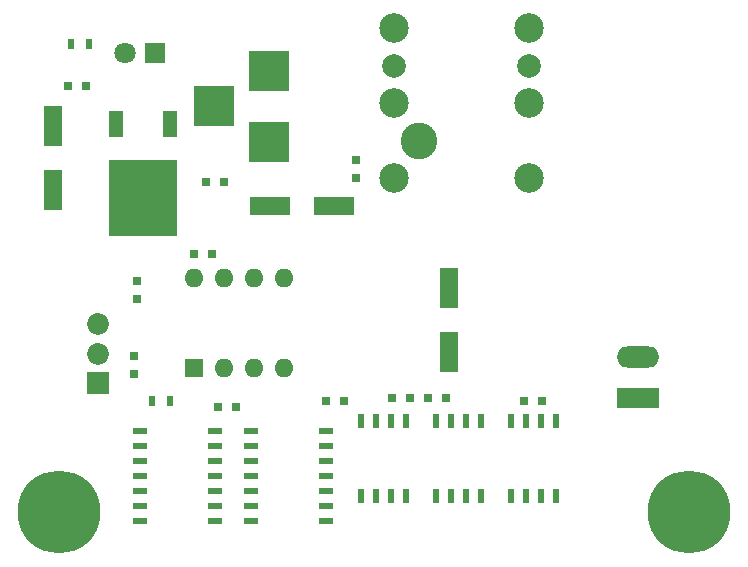
<source format=gts>
G04 #@! TF.FileFunction,Soldermask,Top*
%FSLAX46Y46*%
G04 Gerber Fmt 4.6, Leading zero omitted, Abs format (unit mm)*
G04 Created by KiCad (PCBNEW 4.0.7) date 08/01/18 14:34:15*
%MOMM*%
%LPD*%
G01*
G04 APERTURE LIST*
%ADD10C,0.150000*%
%ADD11R,1.600000X1.600000*%
%ADD12O,1.600000X1.600000*%
%ADD13R,1.143000X0.508000*%
%ADD14R,3.600000X1.800000*%
%ADD15O,3.600000X1.800000*%
%ADD16R,0.508000X1.143000*%
%ADD17R,3.500000X1.600000*%
%ADD18R,0.800000X0.750000*%
%ADD19R,1.600000X3.500000*%
%ADD20R,0.750000X0.800000*%
%ADD21R,1.800000X1.800000*%
%ADD22C,1.800000*%
%ADD23C,2.500000*%
%ADD24C,2.000000*%
%ADD25C,3.100000*%
%ADD26R,3.500000X3.500000*%
%ADD27R,1.850000X1.850000*%
%ADD28C,1.850000*%
%ADD29R,0.500000X0.900000*%
%ADD30R,1.200000X2.200000*%
%ADD31R,5.800000X6.400000*%
%ADD32C,7.000000*%
G04 APERTURE END LIST*
D10*
D11*
X66548000Y-83820000D03*
D12*
X74168000Y-76200000D03*
X69088000Y-83820000D03*
X71628000Y-76200000D03*
X71628000Y-83820000D03*
X69088000Y-76200000D03*
X74168000Y-83820000D03*
X66548000Y-76200000D03*
D13*
X71374000Y-89154000D03*
X71374000Y-90424000D03*
X71374000Y-91694000D03*
X71374000Y-92964000D03*
X71374000Y-94234000D03*
X71374000Y-95504000D03*
X71374000Y-96774000D03*
X77724000Y-96774000D03*
X77724000Y-95504000D03*
X77724000Y-92964000D03*
X77724000Y-91694000D03*
X77724000Y-90424000D03*
X77724000Y-89154000D03*
X77724000Y-94234000D03*
D14*
X104140000Y-86360000D03*
D15*
X104140000Y-82860000D03*
D16*
X80645000Y-88265000D03*
X81915000Y-88265000D03*
X83185000Y-88265000D03*
X84455000Y-88265000D03*
X84455000Y-94615000D03*
X83185000Y-94615000D03*
X81915000Y-94615000D03*
X80645000Y-94615000D03*
X93345000Y-88265000D03*
X94615000Y-88265000D03*
X95885000Y-88265000D03*
X97155000Y-88265000D03*
X97155000Y-94615000D03*
X95885000Y-94615000D03*
X94615000Y-94615000D03*
X93345000Y-94615000D03*
D17*
X72992000Y-70104000D03*
X78392000Y-70104000D03*
D18*
X67576000Y-68072000D03*
X69076000Y-68072000D03*
X83324000Y-86360000D03*
X84824000Y-86360000D03*
D19*
X54610000Y-63340000D03*
X54610000Y-68740000D03*
D18*
X55892000Y-59944000D03*
X57392000Y-59944000D03*
D19*
X88138000Y-82456000D03*
X88138000Y-77056000D03*
D18*
X68060000Y-74168000D03*
X66560000Y-74168000D03*
X86372000Y-86360000D03*
X87872000Y-86360000D03*
X94500000Y-86614000D03*
X96000000Y-86614000D03*
D20*
X61468000Y-84316000D03*
X61468000Y-82816000D03*
X80264000Y-66179000D03*
X80264000Y-67679000D03*
D18*
X79236000Y-86614000D03*
X77736000Y-86614000D03*
D21*
X63246000Y-57150000D03*
D22*
X60706000Y-57150000D03*
D23*
X83448000Y-55050000D03*
X83448000Y-61400000D03*
X83448000Y-67750000D03*
X94878000Y-55050000D03*
X94878000Y-61400000D03*
X94878000Y-67750000D03*
D24*
X83448000Y-58250000D03*
X94878000Y-58250000D03*
D25*
X85578000Y-64600000D03*
D26*
X72898000Y-64643000D03*
X72898000Y-58643000D03*
X68198000Y-61643000D03*
D27*
X58420000Y-85090000D03*
D28*
X58420000Y-82590000D03*
X58420000Y-80090000D03*
D29*
X56146000Y-56388000D03*
X57646000Y-56388000D03*
D30*
X64510000Y-63110000D03*
X59950000Y-63110000D03*
D31*
X62230000Y-69410000D03*
D16*
X86995000Y-88265000D03*
X88265000Y-88265000D03*
X89535000Y-88265000D03*
X90805000Y-88265000D03*
X90805000Y-94615000D03*
X89535000Y-94615000D03*
X88265000Y-94615000D03*
X86995000Y-94615000D03*
D32*
X55118000Y-96012000D03*
X108458000Y-96012000D03*
D20*
X61722000Y-76466000D03*
X61722000Y-77966000D03*
D29*
X64504000Y-86614000D03*
X63004000Y-86614000D03*
D18*
X70092000Y-87122000D03*
X68592000Y-87122000D03*
D13*
X61976000Y-89154000D03*
X61976000Y-90424000D03*
X61976000Y-91694000D03*
X61976000Y-92964000D03*
X61976000Y-94234000D03*
X61976000Y-95504000D03*
X61976000Y-96774000D03*
X68326000Y-96774000D03*
X68326000Y-95504000D03*
X68326000Y-92964000D03*
X68326000Y-91694000D03*
X68326000Y-90424000D03*
X68326000Y-89154000D03*
X68326000Y-94234000D03*
M02*

</source>
